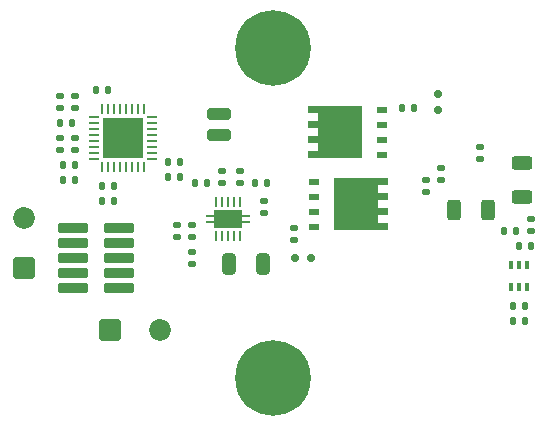
<source format=gbr>
%TF.GenerationSoftware,KiCad,Pcbnew,(7.0.0-0)*%
%TF.CreationDate,2023-08-11T18:05:37-07:00*%
%TF.ProjectId,Headlights_Driver,48656164-6c69-4676-9874-735f44726976,rev?*%
%TF.SameCoordinates,Original*%
%TF.FileFunction,Soldermask,Top*%
%TF.FilePolarity,Negative*%
%FSLAX46Y46*%
G04 Gerber Fmt 4.6, Leading zero omitted, Abs format (unit mm)*
G04 Created by KiCad (PCBNEW (7.0.0-0)) date 2023-08-11 18:05:37*
%MOMM*%
%LPD*%
G01*
G04 APERTURE LIST*
G04 Aperture macros list*
%AMRoundRect*
0 Rectangle with rounded corners*
0 $1 Rounding radius*
0 $2 $3 $4 $5 $6 $7 $8 $9 X,Y pos of 4 corners*
0 Add a 4 corners polygon primitive as box body*
4,1,4,$2,$3,$4,$5,$6,$7,$8,$9,$2,$3,0*
0 Add four circle primitives for the rounded corners*
1,1,$1+$1,$2,$3*
1,1,$1+$1,$4,$5*
1,1,$1+$1,$6,$7*
1,1,$1+$1,$8,$9*
0 Add four rect primitives between the rounded corners*
20,1,$1+$1,$2,$3,$4,$5,0*
20,1,$1+$1,$4,$5,$6,$7,0*
20,1,$1+$1,$6,$7,$8,$9,0*
20,1,$1+$1,$8,$9,$2,$3,0*%
%AMFreePoly0*
4,1,17,2.675000,1.605000,1.875000,1.605000,1.875000,0.935000,2.675000,0.935000,2.675000,0.335000,1.875000,0.335000,1.875000,-0.335000,2.675000,-0.335000,2.675000,-0.935000,1.875000,-0.935000,1.875000,-1.605000,2.675000,-1.605000,2.675000,-2.205000,-1.875000,-2.205000,-1.875000,2.205000,2.675000,2.205000,2.675000,1.605000,2.675000,1.605000,$1*%
G04 Aperture macros list end*
%ADD10RoundRect,0.250000X0.750000X-0.250000X0.750000X0.250000X-0.750000X0.250000X-0.750000X-0.250000X0*%
%ADD11RoundRect,0.200000X-1.110000X0.200000X-1.110000X-0.200000X1.110000X-0.200000X1.110000X0.200000X0*%
%ADD12RoundRect,0.250000X-0.325000X-0.650000X0.325000X-0.650000X0.325000X0.650000X-0.325000X0.650000X0*%
%ADD13RoundRect,0.140000X0.170000X-0.140000X0.170000X0.140000X-0.170000X0.140000X-0.170000X-0.140000X0*%
%ADD14RoundRect,0.135000X0.185000X-0.135000X0.185000X0.135000X-0.185000X0.135000X-0.185000X-0.135000X0*%
%ADD15R,0.280000X0.850000*%
%ADD16R,0.700000X0.280000*%
%ADD17R,2.400000X1.650000*%
%ADD18RoundRect,0.140000X-0.170000X0.140000X-0.170000X-0.140000X0.170000X-0.140000X0.170000X0.140000X0*%
%ADD19RoundRect,0.135000X0.135000X0.185000X-0.135000X0.185000X-0.135000X-0.185000X0.135000X-0.185000X0*%
%ADD20RoundRect,0.062500X-0.375000X-0.062500X0.375000X-0.062500X0.375000X0.062500X-0.375000X0.062500X0*%
%ADD21RoundRect,0.062500X-0.062500X-0.375000X0.062500X-0.375000X0.062500X0.375000X-0.062500X0.375000X0*%
%ADD22R,3.450000X3.450000*%
%ADD23RoundRect,0.140000X-0.140000X-0.170000X0.140000X-0.170000X0.140000X0.170000X-0.140000X0.170000X0*%
%ADD24R,0.400000X0.650000*%
%ADD25RoundRect,0.140000X0.140000X0.170000X-0.140000X0.170000X-0.140000X-0.170000X0.140000X-0.170000X0*%
%ADD26C,0.800000*%
%ADD27C,6.400000*%
%ADD28RoundRect,0.135000X-0.185000X0.135000X-0.185000X-0.135000X0.185000X-0.135000X0.185000X0.135000X0*%
%ADD29RoundRect,0.250000X0.312500X0.625000X-0.312500X0.625000X-0.312500X-0.625000X0.312500X-0.625000X0*%
%ADD30RoundRect,0.250000X-0.625000X0.312500X-0.625000X-0.312500X0.625000X-0.312500X0.625000X0.312500X0*%
%ADD31RoundRect,0.147500X-0.172500X0.147500X-0.172500X-0.147500X0.172500X-0.147500X0.172500X0.147500X0*%
%ADD32RoundRect,0.135000X-0.135000X-0.185000X0.135000X-0.185000X0.135000X0.185000X-0.135000X0.185000X0*%
%ADD33RoundRect,0.150000X0.150000X0.200000X-0.150000X0.200000X-0.150000X-0.200000X0.150000X-0.200000X0*%
%ADD34FreePoly0,180.000000*%
%ADD35R,0.850000X0.500000*%
%ADD36FreePoly0,0.000000*%
%ADD37RoundRect,0.150000X-0.200000X0.150000X-0.200000X-0.150000X0.200000X-0.150000X0.200000X0.150000X0*%
%ADD38RoundRect,0.250000X-0.675000X-0.675000X0.675000X-0.675000X0.675000X0.675000X-0.675000X0.675000X0*%
%ADD39C,1.850000*%
%ADD40RoundRect,0.250000X0.675000X-0.675000X0.675000X0.675000X-0.675000X0.675000X-0.675000X-0.675000X0*%
G04 APERTURE END LIST*
D10*
%TO.C,J6*%
X141478000Y-69088000D03*
%TD*%
D11*
%TO.C,J3*%
X129124000Y-78740000D03*
X133004000Y-78740000D03*
X129124000Y-80010000D03*
X133004000Y-80010000D03*
X129124000Y-81280000D03*
X133004000Y-81280000D03*
X129124000Y-82550000D03*
X133004000Y-82550000D03*
X129124000Y-83820000D03*
X133004000Y-83820000D03*
%TD*%
D12*
%TO.C,C17*%
X142289000Y-81788000D03*
X145239000Y-81788000D03*
%TD*%
D13*
%TO.C,C2*%
X129286000Y-68552000D03*
X129286000Y-67592000D03*
%TD*%
D14*
%TO.C,R8*%
X167894000Y-78996000D03*
X167894000Y-77976000D03*
%TD*%
D15*
%TO.C,U3*%
X141239999Y-79452999D03*
X141739999Y-79452999D03*
X142239999Y-79452999D03*
X142739999Y-79452999D03*
X143239999Y-79452999D03*
X143239999Y-76502999D03*
X142739999Y-76502999D03*
X142239999Y-76502999D03*
X141739999Y-76502999D03*
X141239999Y-76502999D03*
D16*
X140689999Y-78227999D03*
X143789999Y-78227999D03*
D17*
X142239999Y-77977999D03*
D16*
X140689999Y-77727999D03*
X143789999Y-77727999D03*
%TD*%
D18*
%TO.C,C13*%
X145288000Y-76482000D03*
X145288000Y-77442000D03*
%TD*%
D19*
%TO.C,R3*%
X129288000Y-74676000D03*
X128268000Y-74676000D03*
%TD*%
D20*
%TO.C,U1*%
X130912500Y-69370000D03*
X130912500Y-69870000D03*
X130912500Y-70370000D03*
X130912500Y-70870000D03*
X130912500Y-71370000D03*
X130912500Y-71870000D03*
X130912500Y-72370000D03*
X130912500Y-72870000D03*
D21*
X131600000Y-73557500D03*
X132100000Y-73557500D03*
X132600000Y-73557500D03*
X133100000Y-73557500D03*
X133600000Y-73557500D03*
X134100000Y-73557500D03*
X134600000Y-73557500D03*
X135100000Y-73557500D03*
D20*
X135787500Y-72870000D03*
X135787500Y-72370000D03*
X135787500Y-71870000D03*
X135787500Y-71370000D03*
X135787500Y-70870000D03*
X135787500Y-70370000D03*
X135787500Y-69870000D03*
X135787500Y-69370000D03*
D21*
X135100000Y-68682500D03*
X134600000Y-68682500D03*
X134100000Y-68682500D03*
X133600000Y-68682500D03*
X133100000Y-68682500D03*
X132600000Y-68682500D03*
X132100000Y-68682500D03*
X131600000Y-68682500D03*
D22*
X133349999Y-71119999D03*
%TD*%
D14*
%TO.C,R13*%
X147828000Y-79758000D03*
X147828000Y-78738000D03*
%TD*%
D19*
%TO.C,R12*%
X157990000Y-68580000D03*
X156970000Y-68580000D03*
%TD*%
%TO.C,R2*%
X132082000Y-67056000D03*
X131062000Y-67056000D03*
%TD*%
D23*
%TO.C,C4*%
X137188000Y-73152000D03*
X138148000Y-73152000D03*
%TD*%
D24*
%TO.C,U2*%
X166227999Y-83753999D03*
X166877999Y-83753999D03*
X167527999Y-83753999D03*
X167527999Y-81853999D03*
X166877999Y-81853999D03*
X166227999Y-81853999D03*
%TD*%
D25*
%TO.C,C15*%
X167358000Y-85344000D03*
X166398000Y-85344000D03*
%TD*%
D14*
%TO.C,TH1*%
X159004000Y-75694000D03*
X159004000Y-74674000D03*
%TD*%
D25*
%TO.C,C11*%
X140434000Y-74930000D03*
X139474000Y-74930000D03*
%TD*%
%TO.C,C8*%
X132560000Y-75184000D03*
X131600000Y-75184000D03*
%TD*%
D14*
%TO.C,R6*%
X141732000Y-74932000D03*
X141732000Y-73912000D03*
%TD*%
D13*
%TO.C,C1*%
X128016000Y-68552000D03*
X128016000Y-67592000D03*
%TD*%
D26*
%TO.C,H2*%
X143650000Y-91440000D03*
X144352944Y-89742944D03*
X144352944Y-93137056D03*
X146050000Y-89040000D03*
D27*
X146050000Y-91440000D03*
D26*
X146050000Y-93840000D03*
X147747056Y-89742944D03*
X147747056Y-93137056D03*
X148450000Y-91440000D03*
%TD*%
D28*
%TO.C,R5*%
X143256000Y-73912000D03*
X143256000Y-74932000D03*
%TD*%
D18*
%TO.C,C5*%
X128016000Y-71148000D03*
X128016000Y-72108000D03*
%TD*%
D10*
%TO.C,J5*%
X141478000Y-70866000D03*
%TD*%
D25*
%TO.C,C12*%
X167358000Y-86614000D03*
X166398000Y-86614000D03*
%TD*%
D23*
%TO.C,C9*%
X144554000Y-74930000D03*
X145514000Y-74930000D03*
%TD*%
D26*
%TO.C,H1*%
X143650000Y-63500000D03*
X144352944Y-61802944D03*
X144352944Y-65197056D03*
X146050000Y-61100000D03*
D27*
X146050000Y-63500000D03*
D26*
X146050000Y-65900000D03*
X147747056Y-61802944D03*
X147747056Y-65197056D03*
X148450000Y-63500000D03*
%TD*%
D28*
%TO.C,R7*%
X139192000Y-80770000D03*
X139192000Y-81790000D03*
%TD*%
D29*
%TO.C,R11*%
X164276500Y-77216000D03*
X161351500Y-77216000D03*
%TD*%
D13*
%TO.C,C10*%
X137922000Y-79474000D03*
X137922000Y-78514000D03*
%TD*%
D25*
%TO.C,C16*%
X167866000Y-80264000D03*
X166906000Y-80264000D03*
%TD*%
D30*
%TO.C,R10*%
X167132000Y-73213500D03*
X167132000Y-76138500D03*
%TD*%
D31*
%TO.C,F1*%
X163576000Y-71905000D03*
X163576000Y-72875000D03*
%TD*%
D25*
%TO.C,C7*%
X129258000Y-73406000D03*
X128298000Y-73406000D03*
%TD*%
D32*
%TO.C,R1*%
X128014000Y-69850000D03*
X129034000Y-69850000D03*
%TD*%
D33*
%TO.C,D2*%
X147890000Y-81280000D03*
X149290000Y-81280000D03*
%TD*%
D23*
%TO.C,C3*%
X137188000Y-74422000D03*
X138148000Y-74422000D03*
%TD*%
D14*
%TO.C,R15*%
X160274000Y-74678000D03*
X160274000Y-73658000D03*
%TD*%
D19*
%TO.C,R9*%
X166626000Y-78994000D03*
X165606000Y-78994000D03*
%TD*%
D34*
%TO.C,Q1*%
X151750000Y-70612000D03*
D35*
X155299999Y-72516999D03*
X155299999Y-71246999D03*
X155299999Y-69976999D03*
X155299999Y-68706999D03*
%TD*%
D36*
%TO.C,Q2*%
X153050000Y-76708000D03*
D35*
X149499999Y-74802999D03*
X149499999Y-76072999D03*
X149499999Y-77342999D03*
X149499999Y-78612999D03*
%TD*%
D19*
%TO.C,R4*%
X132590000Y-76454000D03*
X131570000Y-76454000D03*
%TD*%
D18*
%TO.C,C6*%
X129286000Y-71148000D03*
X129286000Y-72108000D03*
%TD*%
D13*
%TO.C,C14*%
X139192000Y-79474000D03*
X139192000Y-78514000D03*
%TD*%
D37*
%TO.C,D1*%
X160020000Y-68772000D03*
X160020000Y-67372000D03*
%TD*%
D38*
%TO.C,J7*%
X132266000Y-87376000D03*
D39*
X136466000Y-87376000D03*
%TD*%
D40*
%TO.C,J4*%
X124968000Y-82110000D03*
D39*
X124968000Y-77910000D03*
%TD*%
M02*

</source>
